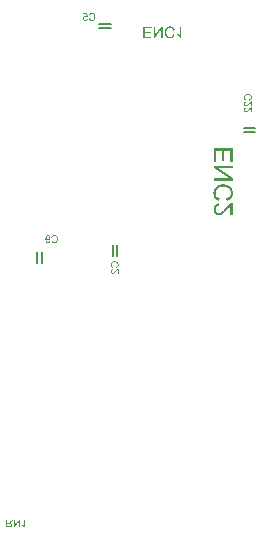
<source format=gbo>
G04*
G04 #@! TF.GenerationSoftware,Altium Limited,Altium Designer,20.2.7 (254)*
G04*
G04 Layer_Color=32896*
%FSLAX25Y25*%
%MOIN*%
G70*
G04*
G04 #@! TF.SameCoordinates,FBE84B92-D195-4989-AC34-508FE9173FC9*
G04*
G04*
G04 #@! TF.FilePolarity,Positive*
G04*
G01*
G75*
%ADD13C,0.00500*%
G36*
X208385Y350388D02*
X208489Y350377D01*
X208587Y350366D01*
X208680Y350345D01*
X208767Y350317D01*
X208849Y350290D01*
X208926Y350263D01*
X208997Y350230D01*
X209057Y350203D01*
X209117Y350175D01*
X209160Y350148D01*
X209204Y350121D01*
X209231Y350099D01*
X209259Y350088D01*
X209269Y350077D01*
X209275Y350072D01*
X209351Y350006D01*
X209417Y349940D01*
X209477Y349864D01*
X209537Y349788D01*
X209635Y349635D01*
X209712Y349482D01*
X209745Y349411D01*
X209772Y349345D01*
X209794Y349285D01*
X209810Y349236D01*
X209826Y349193D01*
X209837Y349160D01*
X209843Y349138D01*
Y349132D01*
X209341Y349007D01*
X209319Y349094D01*
X209291Y349176D01*
X209264Y349253D01*
X209237Y349324D01*
X209204Y349389D01*
X209171Y349444D01*
X209133Y349498D01*
X209100Y349547D01*
X209073Y349591D01*
X209040Y349624D01*
X209013Y349657D01*
X208991Y349684D01*
X208969Y349700D01*
X208953Y349717D01*
X208947Y349722D01*
X208942Y349728D01*
X208887Y349771D01*
X208827Y349804D01*
X208707Y349864D01*
X208593Y349908D01*
X208478Y349935D01*
X208380Y349957D01*
X208341Y349962D01*
X208303D01*
X208270Y349968D01*
X208232D01*
X208107Y349962D01*
X207986Y349940D01*
X207877Y349913D01*
X207779Y349881D01*
X207702Y349848D01*
X207670Y349831D01*
X207643Y349820D01*
X207621Y349810D01*
X207604Y349799D01*
X207593Y349793D01*
X207588D01*
X207484Y349717D01*
X207397Y349635D01*
X207320Y349542D01*
X207260Y349455D01*
X207211Y349378D01*
X207178Y349313D01*
X207167Y349285D01*
X207156Y349269D01*
X207151Y349258D01*
Y349253D01*
X207107Y349111D01*
X207075Y348969D01*
X207047Y348827D01*
X207031Y348696D01*
X207026Y348636D01*
X207020Y348581D01*
Y348532D01*
X207015Y348494D01*
Y348461D01*
Y348434D01*
Y348417D01*
Y348412D01*
X207020Y348270D01*
X207031Y348139D01*
X207053Y348019D01*
X207075Y347909D01*
X207091Y347817D01*
X207102Y347778D01*
X207113Y347746D01*
X207118Y347718D01*
X207124Y347702D01*
X207129Y347691D01*
Y347686D01*
X207184Y347560D01*
X207244Y347445D01*
X207309Y347353D01*
X207380Y347271D01*
X207440Y347205D01*
X207490Y347161D01*
X207528Y347134D01*
X207533Y347123D01*
X207539D01*
X207653Y347052D01*
X207779Y346998D01*
X207899Y346959D01*
X208014Y346937D01*
X208118Y346921D01*
X208161Y346916D01*
X208199D01*
X208227Y346910D01*
X208270D01*
X208407Y346916D01*
X208532Y346937D01*
X208636Y346970D01*
X208729Y347003D01*
X208800Y347041D01*
X208855Y347069D01*
X208887Y347090D01*
X208898Y347101D01*
X208986Y347183D01*
X209068Y347276D01*
X209133Y347374D01*
X209188Y347473D01*
X209231Y347560D01*
X209248Y347604D01*
X209259Y347636D01*
X209269Y347664D01*
X209280Y347686D01*
X209286Y347696D01*
Y347702D01*
X209777Y347587D01*
X209745Y347489D01*
X209712Y347402D01*
X209668Y347320D01*
X209630Y347238D01*
X209586Y347167D01*
X209537Y347101D01*
X209493Y347036D01*
X209450Y346981D01*
X209406Y346937D01*
X209368Y346894D01*
X209330Y346856D01*
X209302Y346828D01*
X209275Y346801D01*
X209253Y346785D01*
X209242Y346779D01*
X209237Y346774D01*
X209160Y346725D01*
X209084Y346675D01*
X209008Y346637D01*
X208926Y346604D01*
X208762Y346555D01*
X208614Y346523D01*
X208543Y346506D01*
X208483Y346501D01*
X208423Y346495D01*
X208374Y346490D01*
X208336Y346484D01*
X208281D01*
X208101Y346495D01*
X207926Y346523D01*
X207773Y346555D01*
X207702Y346577D01*
X207637Y346599D01*
X207577Y346621D01*
X207522Y346643D01*
X207479Y346659D01*
X207435Y346675D01*
X207408Y346692D01*
X207386Y346703D01*
X207369Y346708D01*
X207364Y346714D01*
X207217Y346807D01*
X207091Y346916D01*
X206982Y347025D01*
X206889Y347134D01*
X206818Y347232D01*
X206791Y347276D01*
X206769Y347314D01*
X206747Y347342D01*
X206736Y347363D01*
X206731Y347380D01*
X206725Y347385D01*
X206649Y347554D01*
X206594Y347729D01*
X206556Y347904D01*
X206529Y348062D01*
X206518Y348133D01*
X206512Y348204D01*
X206507Y348259D01*
Y348313D01*
X206501Y348352D01*
Y348384D01*
Y348406D01*
Y348412D01*
X206512Y348608D01*
X206534Y348799D01*
X206561Y348969D01*
X206583Y349050D01*
X206600Y349121D01*
X206616Y349187D01*
X206638Y349247D01*
X206654Y349302D01*
X206665Y349345D01*
X206681Y349378D01*
X206687Y349405D01*
X206698Y349422D01*
Y349427D01*
X206780Y349591D01*
X206873Y349739D01*
X206971Y349864D01*
X207020Y349913D01*
X207064Y349962D01*
X207107Y350006D01*
X207151Y350044D01*
X207189Y350077D01*
X207222Y350099D01*
X207244Y350121D01*
X207266Y350137D01*
X207277Y350143D01*
X207282Y350148D01*
X207359Y350192D01*
X207435Y350230D01*
X207599Y350290D01*
X207763Y350334D01*
X207921Y350361D01*
X207997Y350372D01*
X208063Y350383D01*
X208123Y350388D01*
X208172D01*
X208216Y350394D01*
X208276D01*
X208385Y350388D01*
D02*
G37*
G36*
X212016Y346533D02*
X211716D01*
X211661Y346626D01*
X211601Y346714D01*
X211530Y346801D01*
X211465Y346878D01*
X211399Y346943D01*
X211350Y346998D01*
X211328Y347014D01*
X211312Y347030D01*
X211306Y347036D01*
X211301Y347041D01*
X211186Y347134D01*
X211071Y347221D01*
X210962Y347298D01*
X210853Y347358D01*
X210760Y347412D01*
X210722Y347434D01*
X210689Y347451D01*
X210662Y347467D01*
X210640Y347473D01*
X210629Y347483D01*
X210624D01*
Y347931D01*
X210705Y347899D01*
X210787Y347860D01*
X210869Y347822D01*
X210946Y347784D01*
X211011Y347751D01*
X211066Y347724D01*
X211099Y347702D01*
X211104Y347696D01*
X211110D01*
X211208Y347636D01*
X211295Y347576D01*
X211372Y347522D01*
X211432Y347473D01*
X211486Y347434D01*
X211519Y347402D01*
X211546Y347380D01*
X211552Y347374D01*
Y350328D01*
X212016D01*
Y346533D01*
D02*
G37*
G36*
X205808Y346550D02*
X205327D01*
Y349520D01*
X203345Y346550D01*
X202832D01*
Y350328D01*
X203313D01*
Y347363D01*
X205289Y350328D01*
X205808D01*
Y346550D01*
D02*
G37*
G36*
X202144Y349881D02*
X199824D01*
Y348597D01*
X201915D01*
Y348150D01*
X199824D01*
Y346998D01*
X202057D01*
Y346550D01*
X199321D01*
Y350328D01*
X202144D01*
Y349881D01*
D02*
G37*
G36*
X180847Y353474D02*
X180556Y353434D01*
X180531Y353474D01*
X180498Y353507D01*
X180469Y353540D01*
X180439Y353565D01*
X180410Y353583D01*
X180388Y353602D01*
X180374Y353609D01*
X180370Y353612D01*
X180323Y353634D01*
X180276Y353653D01*
X180232Y353663D01*
X180188Y353674D01*
X180152Y353678D01*
X180123Y353682D01*
X180054D01*
X180010Y353674D01*
X179934Y353656D01*
X179868Y353631D01*
X179810Y353605D01*
X179766Y353576D01*
X179733Y353551D01*
X179715Y353532D01*
X179708Y353529D01*
Y353525D01*
X179657Y353463D01*
X179621Y353398D01*
X179595Y353328D01*
X179577Y353259D01*
X179566Y353201D01*
X179562Y353176D01*
Y353154D01*
X179559Y353136D01*
Y353121D01*
Y353114D01*
Y353110D01*
Y353059D01*
X179566Y353012D01*
X179584Y352921D01*
X179610Y352844D01*
X179635Y352783D01*
X179664Y352732D01*
X179690Y352692D01*
X179701Y352681D01*
X179708Y352670D01*
X179711Y352666D01*
X179715Y352662D01*
X179744Y352633D01*
X179773Y352608D01*
X179839Y352564D01*
X179901Y352535D01*
X179963Y352517D01*
X180014Y352502D01*
X180057Y352499D01*
X180072Y352495D01*
X180094D01*
X180163Y352499D01*
X180225Y352513D01*
X180279Y352531D01*
X180323Y352553D01*
X180363Y352575D01*
X180392Y352593D01*
X180407Y352608D01*
X180414Y352611D01*
X180458Y352662D01*
X180494Y352717D01*
X180523Y352779D01*
X180545Y352834D01*
X180560Y352888D01*
X180570Y352928D01*
X180574Y352946D01*
X180578Y352957D01*
Y352965D01*
Y352968D01*
X180902Y352943D01*
X180894Y352885D01*
X180884Y352830D01*
X180851Y352728D01*
X180811Y352641D01*
X180789Y352601D01*
X180767Y352568D01*
X180749Y352535D01*
X180727Y352506D01*
X180709Y352484D01*
X180691Y352466D01*
X180676Y352451D01*
X180669Y352437D01*
X180661Y352433D01*
X180658Y352430D01*
X180614Y352397D01*
X180570Y352368D01*
X180523Y352342D01*
X180476Y352320D01*
X180385Y352288D01*
X180294Y352266D01*
X180254Y352255D01*
X180214Y352251D01*
X180181Y352248D01*
X180152Y352244D01*
X180127Y352240D01*
X180094D01*
X180017Y352244D01*
X179945Y352255D01*
X179875Y352269D01*
X179813Y352288D01*
X179755Y352313D01*
X179701Y352339D01*
X179650Y352364D01*
X179606Y352393D01*
X179566Y352422D01*
X179530Y352448D01*
X179500Y352477D01*
X179475Y352499D01*
X179457Y352517D01*
X179442Y352531D01*
X179435Y352542D01*
X179431Y352546D01*
X179395Y352593D01*
X179366Y352644D01*
X179337Y352692D01*
X179315Y352743D01*
X179278Y352841D01*
X179256Y352935D01*
X179249Y352976D01*
X179242Y353015D01*
X179238Y353048D01*
X179235Y353077D01*
X179231Y353103D01*
Y353121D01*
Y353132D01*
Y353136D01*
X179235Y353201D01*
X179242Y353263D01*
X179253Y353325D01*
X179267Y353380D01*
X179286Y353431D01*
X179304Y353481D01*
X179326Y353525D01*
X179344Y353565D01*
X179366Y353602D01*
X179387Y353634D01*
X179406Y353660D01*
X179424Y353685D01*
X179438Y353703D01*
X179449Y353714D01*
X179457Y353722D01*
X179460Y353725D01*
X179504Y353765D01*
X179548Y353802D01*
X179595Y353831D01*
X179642Y353856D01*
X179690Y353882D01*
X179737Y353900D01*
X179824Y353925D01*
X179864Y353936D01*
X179901Y353944D01*
X179934Y353947D01*
X179963Y353951D01*
X179984Y353955D01*
X180065D01*
X180108Y353947D01*
X180196Y353929D01*
X180276Y353904D01*
X180349Y353874D01*
X180407Y353845D01*
X180432Y353831D01*
X180454Y353820D01*
X180472Y353809D01*
X180483Y353802D01*
X180491Y353798D01*
X180494Y353795D01*
X180359Y354475D01*
X179351D01*
Y354770D01*
X180603D01*
X180847Y353474D01*
D02*
G37*
G36*
X182347Y354839D02*
X182463Y354821D01*
X182565Y354799D01*
X182613Y354784D01*
X182656Y354770D01*
X182696Y354755D01*
X182733Y354741D01*
X182762Y354730D01*
X182791Y354719D01*
X182809Y354708D01*
X182824Y354701D01*
X182835Y354697D01*
X182838Y354694D01*
X182937Y354632D01*
X183020Y354559D01*
X183093Y354486D01*
X183155Y354413D01*
X183202Y354348D01*
X183221Y354319D01*
X183235Y354293D01*
X183250Y354275D01*
X183257Y354260D01*
X183261Y354250D01*
X183264Y354246D01*
X183315Y354133D01*
X183352Y354016D01*
X183377Y353900D01*
X183395Y353795D01*
X183403Y353747D01*
X183406Y353700D01*
X183410Y353663D01*
Y353627D01*
X183413Y353602D01*
Y353580D01*
Y353565D01*
Y353561D01*
X183406Y353431D01*
X183391Y353303D01*
X183373Y353190D01*
X183359Y353136D01*
X183348Y353088D01*
X183337Y353045D01*
X183322Y353005D01*
X183311Y352968D01*
X183304Y352939D01*
X183293Y352917D01*
X183290Y352899D01*
X183282Y352888D01*
Y352885D01*
X183228Y352775D01*
X183166Y352677D01*
X183100Y352593D01*
X183068Y352560D01*
X183038Y352528D01*
X183009Y352499D01*
X182980Y352473D01*
X182955Y352451D01*
X182933Y352437D01*
X182918Y352422D01*
X182904Y352411D01*
X182896Y352408D01*
X182893Y352404D01*
X182842Y352375D01*
X182791Y352349D01*
X182682Y352309D01*
X182572Y352280D01*
X182467Y352262D01*
X182416Y352255D01*
X182372Y352248D01*
X182332Y352244D01*
X182299D01*
X182270Y352240D01*
X182230D01*
X182158Y352244D01*
X182088Y352251D01*
X182023Y352258D01*
X181961Y352273D01*
X181903Y352291D01*
X181848Y352309D01*
X181797Y352328D01*
X181750Y352349D01*
X181710Y352368D01*
X181670Y352386D01*
X181641Y352404D01*
X181612Y352422D01*
X181593Y352437D01*
X181575Y352444D01*
X181568Y352451D01*
X181564Y352455D01*
X181513Y352499D01*
X181470Y352542D01*
X181430Y352593D01*
X181389Y352644D01*
X181324Y352746D01*
X181273Y352848D01*
X181251Y352895D01*
X181233Y352939D01*
X181219Y352979D01*
X181208Y353012D01*
X181197Y353041D01*
X181189Y353063D01*
X181186Y353077D01*
Y353081D01*
X181521Y353165D01*
X181535Y353106D01*
X181553Y353052D01*
X181571Y353001D01*
X181590Y352954D01*
X181612Y352910D01*
X181633Y352873D01*
X181659Y352837D01*
X181681Y352804D01*
X181699Y352775D01*
X181721Y352753D01*
X181739Y352732D01*
X181754Y352713D01*
X181768Y352702D01*
X181779Y352692D01*
X181783Y352688D01*
X181786Y352684D01*
X181823Y352655D01*
X181863Y352633D01*
X181943Y352593D01*
X182019Y352564D01*
X182096Y352546D01*
X182161Y352531D01*
X182187Y352528D01*
X182212D01*
X182234Y352524D01*
X182260D01*
X182343Y352528D01*
X182423Y352542D01*
X182496Y352560D01*
X182562Y352582D01*
X182613Y352604D01*
X182634Y352615D01*
X182653Y352622D01*
X182667Y352630D01*
X182678Y352637D01*
X182685Y352641D01*
X182689D01*
X182758Y352692D01*
X182816Y352746D01*
X182867Y352808D01*
X182907Y352866D01*
X182940Y352917D01*
X182962Y352961D01*
X182969Y352979D01*
X182977Y352990D01*
X182980Y352997D01*
Y353001D01*
X183009Y353096D01*
X183031Y353190D01*
X183049Y353285D01*
X183060Y353372D01*
X183064Y353412D01*
X183068Y353449D01*
Y353481D01*
X183071Y353507D01*
Y353529D01*
Y353547D01*
Y353558D01*
Y353561D01*
X183068Y353656D01*
X183060Y353744D01*
X183046Y353824D01*
X183031Y353896D01*
X183020Y353958D01*
X183013Y353984D01*
X183006Y354006D01*
X183002Y354024D01*
X182998Y354035D01*
X182995Y354042D01*
Y354046D01*
X182958Y354129D01*
X182918Y354206D01*
X182875Y354268D01*
X182827Y354322D01*
X182787Y354366D01*
X182755Y354395D01*
X182729Y354413D01*
X182725Y354421D01*
X182722D01*
X182645Y354468D01*
X182562Y354504D01*
X182482Y354530D01*
X182405Y354544D01*
X182336Y354555D01*
X182307Y354559D01*
X182281D01*
X182263Y354562D01*
X182234D01*
X182143Y354559D01*
X182059Y354544D01*
X181990Y354522D01*
X181928Y354501D01*
X181881Y354475D01*
X181844Y354457D01*
X181823Y354442D01*
X181815Y354435D01*
X181757Y354380D01*
X181703Y354319D01*
X181659Y354253D01*
X181623Y354188D01*
X181593Y354129D01*
X181582Y354100D01*
X181575Y354078D01*
X181568Y354060D01*
X181561Y354046D01*
X181557Y354038D01*
Y354035D01*
X181229Y354111D01*
X181251Y354177D01*
X181273Y354235D01*
X181302Y354290D01*
X181328Y354344D01*
X181357Y354391D01*
X181389Y354435D01*
X181419Y354479D01*
X181448Y354515D01*
X181477Y354544D01*
X181502Y354573D01*
X181528Y354599D01*
X181546Y354617D01*
X181564Y354635D01*
X181579Y354646D01*
X181586Y354650D01*
X181590Y354654D01*
X181641Y354686D01*
X181692Y354719D01*
X181743Y354745D01*
X181797Y354766D01*
X181906Y354799D01*
X182005Y354821D01*
X182052Y354832D01*
X182092Y354836D01*
X182132Y354839D01*
X182165Y354843D01*
X182190Y354846D01*
X182227D01*
X182347Y354839D01*
D02*
G37*
G36*
X229134Y305029D02*
X228387D01*
Y308901D01*
X226246D01*
Y305412D01*
X225499D01*
Y308901D01*
X223577D01*
Y305175D01*
X222830D01*
Y309739D01*
X229134D01*
Y305029D01*
D02*
G37*
G36*
Y303080D02*
X224187D01*
X229134Y299782D01*
Y298916D01*
X222830D01*
Y299718D01*
X227786D01*
X222830Y303025D01*
Y303881D01*
X229134D01*
Y303080D01*
D02*
G37*
G36*
X226264Y297741D02*
X226583Y297705D01*
X226866Y297659D01*
X227002Y297623D01*
X227121Y297595D01*
X227230Y297568D01*
X227330Y297532D01*
X227421Y297504D01*
X227494Y297486D01*
X227549Y297459D01*
X227594Y297449D01*
X227622Y297431D01*
X227631D01*
X227904Y297295D01*
X228150Y297140D01*
X228360Y296976D01*
X228442Y296894D01*
X228523Y296821D01*
X228596Y296748D01*
X228660Y296675D01*
X228715Y296611D01*
X228751Y296557D01*
X228788Y296520D01*
X228815Y296484D01*
X228824Y296466D01*
X228833Y296457D01*
X228906Y296329D01*
X228970Y296201D01*
X229070Y295928D01*
X229143Y295655D01*
X229188Y295391D01*
X229207Y295263D01*
X229225Y295154D01*
X229234Y295054D01*
Y294972D01*
X229243Y294899D01*
Y294798D01*
X229234Y294616D01*
X229216Y294443D01*
X229198Y294279D01*
X229161Y294124D01*
X229116Y293979D01*
X229070Y293842D01*
X229025Y293714D01*
X228970Y293596D01*
X228924Y293496D01*
X228879Y293396D01*
X228833Y293323D01*
X228788Y293250D01*
X228751Y293204D01*
X228733Y293159D01*
X228715Y293141D01*
X228706Y293131D01*
X228596Y293004D01*
X228487Y292895D01*
X228360Y292794D01*
X228232Y292694D01*
X227977Y292530D01*
X227722Y292403D01*
X227603Y292348D01*
X227494Y292302D01*
X227394Y292266D01*
X227312Y292239D01*
X227239Y292211D01*
X227184Y292193D01*
X227148Y292184D01*
X227139D01*
X226929Y293022D01*
X227075Y293058D01*
X227212Y293104D01*
X227339Y293150D01*
X227458Y293195D01*
X227567Y293250D01*
X227658Y293304D01*
X227749Y293368D01*
X227831Y293423D01*
X227904Y293468D01*
X227959Y293523D01*
X228013Y293569D01*
X228059Y293605D01*
X228086Y293642D01*
X228114Y293669D01*
X228123Y293678D01*
X228132Y293687D01*
X228205Y293778D01*
X228259Y293878D01*
X228360Y294079D01*
X228432Y294270D01*
X228478Y294461D01*
X228514Y294625D01*
X228523Y294689D01*
Y294753D01*
X228533Y294808D01*
Y294871D01*
X228523Y295081D01*
X228487Y295281D01*
X228442Y295464D01*
X228387Y295628D01*
X228332Y295755D01*
X228305Y295810D01*
X228287Y295855D01*
X228268Y295892D01*
X228250Y295919D01*
X228241Y295937D01*
Y295946D01*
X228114Y296119D01*
X227977Y296265D01*
X227822Y296393D01*
X227676Y296493D01*
X227549Y296575D01*
X227439Y296630D01*
X227394Y296648D01*
X227366Y296666D01*
X227348Y296675D01*
X227339D01*
X227102Y296748D01*
X226866Y296803D01*
X226629Y296848D01*
X226410Y296876D01*
X226310Y296885D01*
X226219Y296894D01*
X226137D01*
X226073Y296903D01*
X226018D01*
X225973D01*
X225945D01*
X225936D01*
X225699Y296894D01*
X225481Y296876D01*
X225280Y296839D01*
X225098Y296803D01*
X224943Y296775D01*
X224880Y296757D01*
X224825Y296739D01*
X224779Y296730D01*
X224752Y296721D01*
X224734Y296712D01*
X224725D01*
X224515Y296620D01*
X224324Y296520D01*
X224169Y296411D01*
X224032Y296293D01*
X223923Y296192D01*
X223850Y296110D01*
X223804Y296047D01*
X223786Y296038D01*
Y296028D01*
X223668Y295837D01*
X223577Y295628D01*
X223513Y295427D01*
X223477Y295236D01*
X223449Y295063D01*
X223440Y294990D01*
Y294926D01*
X223431Y294881D01*
Y294808D01*
X223440Y294580D01*
X223477Y294370D01*
X223531Y294197D01*
X223586Y294042D01*
X223650Y293924D01*
X223695Y293833D01*
X223732Y293778D01*
X223750Y293760D01*
X223886Y293614D01*
X224041Y293478D01*
X224205Y293368D01*
X224369Y293277D01*
X224515Y293204D01*
X224588Y293177D01*
X224643Y293159D01*
X224688Y293141D01*
X224725Y293122D01*
X224743Y293113D01*
X224752D01*
X224561Y292293D01*
X224397Y292348D01*
X224251Y292403D01*
X224114Y292476D01*
X223978Y292539D01*
X223859Y292612D01*
X223750Y292694D01*
X223640Y292767D01*
X223549Y292840D01*
X223477Y292913D01*
X223404Y292976D01*
X223340Y293040D01*
X223294Y293086D01*
X223249Y293131D01*
X223221Y293168D01*
X223212Y293186D01*
X223203Y293195D01*
X223121Y293323D01*
X223039Y293450D01*
X222975Y293578D01*
X222921Y293714D01*
X222839Y293988D01*
X222784Y294234D01*
X222757Y294352D01*
X222748Y294452D01*
X222739Y294553D01*
X222729Y294635D01*
X222720Y294698D01*
Y294789D01*
X222739Y295090D01*
X222784Y295382D01*
X222839Y295637D01*
X222875Y295755D01*
X222912Y295864D01*
X222948Y295965D01*
X222985Y296056D01*
X223012Y296129D01*
X223039Y296201D01*
X223067Y296247D01*
X223085Y296284D01*
X223094Y296311D01*
X223103Y296320D01*
X223258Y296566D01*
X223440Y296775D01*
X223622Y296958D01*
X223804Y297112D01*
X223969Y297231D01*
X224041Y297276D01*
X224105Y297313D01*
X224151Y297349D01*
X224187Y297368D01*
X224215Y297377D01*
X224224Y297386D01*
X224506Y297513D01*
X224798Y297604D01*
X225089Y297668D01*
X225353Y297714D01*
X225472Y297732D01*
X225590Y297741D01*
X225681Y297750D01*
X225772D01*
X225836Y297759D01*
X225891D01*
X225927D01*
X225936D01*
X226264Y297741D01*
D02*
G37*
G36*
X229134Y287401D02*
X228387D01*
Y290508D01*
X228232Y290398D01*
X228168Y290344D01*
X228104Y290298D01*
X228050Y290253D01*
X228013Y290216D01*
X227986Y290189D01*
X227977Y290180D01*
X227931Y290134D01*
X227886Y290080D01*
X227767Y289952D01*
X227631Y289806D01*
X227494Y289651D01*
X227376Y289506D01*
X227321Y289442D01*
X227266Y289387D01*
X227230Y289342D01*
X227203Y289305D01*
X227184Y289287D01*
X227175Y289278D01*
X227048Y289132D01*
X226929Y288986D01*
X226811Y288859D01*
X226711Y288740D01*
X226610Y288631D01*
X226519Y288540D01*
X226437Y288449D01*
X226364Y288376D01*
X226291Y288303D01*
X226237Y288248D01*
X226191Y288203D01*
X226146Y288157D01*
X226091Y288112D01*
X226073Y288094D01*
X225918Y287966D01*
X225781Y287857D01*
X225645Y287766D01*
X225535Y287693D01*
X225435Y287638D01*
X225362Y287602D01*
X225317Y287583D01*
X225299Y287574D01*
X225162Y287520D01*
X225025Y287483D01*
X224898Y287447D01*
X224788Y287428D01*
X224688Y287419D01*
X224615Y287410D01*
X224570D01*
X224552D01*
X224415Y287419D01*
X224287Y287438D01*
X224160Y287456D01*
X224050Y287492D01*
X223832Y287583D01*
X223659Y287674D01*
X223577Y287729D01*
X223513Y287775D01*
X223449Y287820D01*
X223404Y287866D01*
X223367Y287902D01*
X223331Y287920D01*
X223322Y287939D01*
X223313Y287948D01*
X223221Y288048D01*
X223140Y288157D01*
X223076Y288276D01*
X223021Y288394D01*
X222930Y288631D01*
X222866Y288868D01*
X222848Y288968D01*
X222830Y289068D01*
X222821Y289159D01*
X222812Y289232D01*
X222802Y289296D01*
Y289387D01*
X222812Y289551D01*
X222821Y289706D01*
X222848Y289852D01*
X222875Y289988D01*
X222912Y290116D01*
X222948Y290234D01*
X222994Y290344D01*
X223039Y290444D01*
X223085Y290535D01*
X223130Y290608D01*
X223167Y290672D01*
X223203Y290726D01*
X223231Y290772D01*
X223258Y290799D01*
X223267Y290817D01*
X223276Y290827D01*
X223367Y290918D01*
X223467Y291000D01*
X223577Y291082D01*
X223686Y291145D01*
X223905Y291255D01*
X224123Y291328D01*
X224224Y291355D01*
X224324Y291382D01*
X224406Y291401D01*
X224479Y291419D01*
X224542Y291428D01*
X224588D01*
X224615Y291437D01*
X224624D01*
X224706Y290644D01*
X224497Y290626D01*
X224315Y290590D01*
X224151Y290535D01*
X224023Y290471D01*
X223914Y290417D01*
X223841Y290362D01*
X223795Y290325D01*
X223777Y290307D01*
X223668Y290171D01*
X223586Y290025D01*
X223522Y289870D01*
X223486Y289733D01*
X223458Y289606D01*
X223449Y289496D01*
X223440Y289460D01*
Y289405D01*
X223449Y289214D01*
X223486Y289041D01*
X223540Y288895D01*
X223595Y288768D01*
X223659Y288667D01*
X223704Y288604D01*
X223741Y288558D01*
X223759Y288540D01*
X223886Y288431D01*
X224014Y288349D01*
X224142Y288285D01*
X224269Y288248D01*
X224369Y288221D01*
X224460Y288212D01*
X224515Y288203D01*
X224524D01*
X224533D01*
X224697Y288221D01*
X224870Y288258D01*
X225025Y288321D01*
X225171Y288385D01*
X225289Y288458D01*
X225390Y288522D01*
X225426Y288540D01*
X225453Y288558D01*
X225463Y288576D01*
X225472D01*
X225572Y288649D01*
X225672Y288740D01*
X225781Y288841D01*
X225891Y288950D01*
X226109Y289178D01*
X226328Y289405D01*
X226428Y289524D01*
X226519Y289624D01*
X226601Y289724D01*
X226674Y289806D01*
X226729Y289870D01*
X226774Y289925D01*
X226802Y289961D01*
X226811Y289970D01*
X227002Y290198D01*
X227184Y290407D01*
X227348Y290581D01*
X227485Y290717D01*
X227603Y290836D01*
X227685Y290918D01*
X227740Y290963D01*
X227749Y290981D01*
X227758D01*
X227913Y291109D01*
X228059Y291209D01*
X228205Y291300D01*
X228332Y291373D01*
X228442Y291428D01*
X228523Y291464D01*
X228578Y291482D01*
X228587Y291492D01*
X228596D01*
X228697Y291528D01*
X228788Y291546D01*
X228879Y291564D01*
X228961Y291574D01*
X229034Y291583D01*
X229088D01*
X229125D01*
X229134D01*
Y287401D01*
D02*
G37*
G36*
X189957Y272070D02*
X190085Y272056D01*
X190198Y272038D01*
X190252Y272023D01*
X190299Y272012D01*
X190343Y272001D01*
X190383Y271987D01*
X190420Y271976D01*
X190449Y271969D01*
X190471Y271958D01*
X190489Y271954D01*
X190500Y271947D01*
X190503D01*
X190613Y271892D01*
X190711Y271830D01*
X190795Y271765D01*
X190827Y271732D01*
X190860Y271703D01*
X190889Y271674D01*
X190915Y271644D01*
X190937Y271619D01*
X190951Y271597D01*
X190966Y271583D01*
X190977Y271568D01*
X190980Y271561D01*
X190984Y271557D01*
X191013Y271506D01*
X191039Y271455D01*
X191078Y271346D01*
X191108Y271237D01*
X191126Y271131D01*
X191133Y271080D01*
X191140Y271037D01*
X191144Y270997D01*
Y270964D01*
X191148Y270935D01*
Y270895D01*
X191144Y270822D01*
X191137Y270753D01*
X191130Y270687D01*
X191115Y270625D01*
X191097Y270567D01*
X191078Y270513D01*
X191060Y270462D01*
X191039Y270414D01*
X191020Y270374D01*
X191002Y270334D01*
X190984Y270305D01*
X190966Y270276D01*
X190951Y270258D01*
X190944Y270239D01*
X190937Y270232D01*
X190933Y270229D01*
X190889Y270178D01*
X190846Y270134D01*
X190795Y270094D01*
X190744Y270054D01*
X190642Y269988D01*
X190540Y269937D01*
X190492Y269916D01*
X190449Y269897D01*
X190409Y269883D01*
X190376Y269872D01*
X190347Y269861D01*
X190325Y269854D01*
X190311Y269850D01*
X190307D01*
X190223Y270185D01*
X190281Y270199D01*
X190336Y270218D01*
X190387Y270236D01*
X190434Y270254D01*
X190478Y270276D01*
X190514Y270298D01*
X190551Y270323D01*
X190584Y270345D01*
X190613Y270363D01*
X190634Y270385D01*
X190656Y270403D01*
X190674Y270418D01*
X190685Y270432D01*
X190696Y270443D01*
X190700Y270447D01*
X190704Y270451D01*
X190733Y270487D01*
X190754Y270527D01*
X190795Y270607D01*
X190824Y270684D01*
X190842Y270760D01*
X190857Y270826D01*
X190860Y270851D01*
Y270877D01*
X190864Y270898D01*
Y270924D01*
X190860Y271007D01*
X190846Y271088D01*
X190827Y271160D01*
X190805Y271226D01*
X190784Y271277D01*
X190773Y271299D01*
X190766Y271317D01*
X190758Y271332D01*
X190751Y271342D01*
X190747Y271350D01*
Y271353D01*
X190696Y271423D01*
X190642Y271481D01*
X190580Y271532D01*
X190522Y271572D01*
X190471Y271604D01*
X190427Y271626D01*
X190409Y271634D01*
X190398Y271641D01*
X190391Y271644D01*
X190387D01*
X190292Y271674D01*
X190198Y271695D01*
X190103Y271714D01*
X190016Y271725D01*
X189976Y271728D01*
X189939Y271732D01*
X189906D01*
X189881Y271736D01*
X189859D01*
X189841D01*
X189830D01*
X189826D01*
X189732Y271732D01*
X189644Y271725D01*
X189564Y271710D01*
X189491Y271695D01*
X189430Y271685D01*
X189404Y271677D01*
X189382Y271670D01*
X189364Y271666D01*
X189353Y271663D01*
X189346Y271659D01*
X189342D01*
X189259Y271623D01*
X189182Y271583D01*
X189120Y271539D01*
X189066Y271492D01*
X189022Y271452D01*
X188993Y271419D01*
X188975Y271393D01*
X188967Y271390D01*
Y271386D01*
X188920Y271310D01*
X188884Y271226D01*
X188858Y271146D01*
X188844Y271069D01*
X188833Y271000D01*
X188829Y270971D01*
Y270946D01*
X188825Y270927D01*
Y270898D01*
X188829Y270807D01*
X188844Y270724D01*
X188865Y270654D01*
X188887Y270593D01*
X188913Y270545D01*
X188931Y270509D01*
X188945Y270487D01*
X188953Y270480D01*
X189007Y270422D01*
X189069Y270367D01*
X189135Y270323D01*
X189200Y270287D01*
X189259Y270258D01*
X189288Y270247D01*
X189310Y270239D01*
X189328Y270232D01*
X189342Y270225D01*
X189349Y270221D01*
X189353D01*
X189277Y269894D01*
X189211Y269916D01*
X189153Y269937D01*
X189098Y269967D01*
X189044Y269992D01*
X188996Y270021D01*
X188953Y270054D01*
X188909Y270083D01*
X188873Y270112D01*
X188844Y270141D01*
X188814Y270167D01*
X188789Y270192D01*
X188771Y270210D01*
X188752Y270229D01*
X188742Y270243D01*
X188738Y270250D01*
X188734Y270254D01*
X188702Y270305D01*
X188669Y270356D01*
X188643Y270407D01*
X188621Y270462D01*
X188589Y270571D01*
X188567Y270669D01*
X188556Y270716D01*
X188552Y270756D01*
X188549Y270796D01*
X188545Y270829D01*
X188541Y270855D01*
Y270891D01*
X188549Y271011D01*
X188567Y271128D01*
X188589Y271230D01*
X188603Y271277D01*
X188618Y271321D01*
X188632Y271361D01*
X188647Y271397D01*
X188658Y271426D01*
X188669Y271455D01*
X188680Y271473D01*
X188687Y271488D01*
X188691Y271499D01*
X188694Y271503D01*
X188756Y271601D01*
X188829Y271685D01*
X188902Y271757D01*
X188975Y271819D01*
X189040Y271867D01*
X189069Y271885D01*
X189095Y271899D01*
X189113Y271914D01*
X189128Y271921D01*
X189138Y271925D01*
X189142Y271928D01*
X189255Y271979D01*
X189371Y272016D01*
X189488Y272041D01*
X189593Y272059D01*
X189641Y272067D01*
X189688Y272070D01*
X189724Y272074D01*
X189761D01*
X189786Y272078D01*
X189808D01*
X189823D01*
X189826D01*
X189957Y272070D01*
D02*
G37*
G36*
X191104Y267939D02*
X190805D01*
Y269180D01*
X190744Y269137D01*
X190718Y269115D01*
X190693Y269096D01*
X190671Y269078D01*
X190656Y269064D01*
X190645Y269053D01*
X190642Y269049D01*
X190623Y269031D01*
X190605Y269009D01*
X190558Y268958D01*
X190503Y268900D01*
X190449Y268838D01*
X190401Y268780D01*
X190380Y268754D01*
X190358Y268733D01*
X190343Y268714D01*
X190332Y268700D01*
X190325Y268692D01*
X190321Y268689D01*
X190270Y268631D01*
X190223Y268572D01*
X190176Y268521D01*
X190136Y268474D01*
X190096Y268430D01*
X190059Y268394D01*
X190026Y268358D01*
X189997Y268328D01*
X189968Y268299D01*
X189946Y268278D01*
X189928Y268259D01*
X189910Y268241D01*
X189888Y268223D01*
X189881Y268216D01*
X189819Y268165D01*
X189764Y268121D01*
X189710Y268085D01*
X189666Y268056D01*
X189626Y268034D01*
X189597Y268019D01*
X189579Y268012D01*
X189571Y268008D01*
X189517Y267986D01*
X189462Y267972D01*
X189411Y267957D01*
X189368Y267950D01*
X189328Y267946D01*
X189298Y267943D01*
X189280D01*
X189273D01*
X189218Y267946D01*
X189167Y267954D01*
X189117Y267961D01*
X189073Y267975D01*
X188986Y268012D01*
X188916Y268048D01*
X188884Y268070D01*
X188858Y268088D01*
X188833Y268106D01*
X188814Y268125D01*
X188800Y268139D01*
X188785Y268146D01*
X188782Y268154D01*
X188778Y268157D01*
X188742Y268197D01*
X188709Y268241D01*
X188683Y268288D01*
X188662Y268336D01*
X188625Y268430D01*
X188600Y268525D01*
X188592Y268565D01*
X188585Y268605D01*
X188582Y268641D01*
X188578Y268671D01*
X188574Y268696D01*
Y268733D01*
X188578Y268798D01*
X188582Y268860D01*
X188592Y268918D01*
X188603Y268973D01*
X188618Y269024D01*
X188632Y269071D01*
X188651Y269115D01*
X188669Y269155D01*
X188687Y269191D01*
X188705Y269220D01*
X188720Y269246D01*
X188734Y269268D01*
X188745Y269286D01*
X188756Y269297D01*
X188760Y269304D01*
X188763Y269308D01*
X188800Y269344D01*
X188840Y269377D01*
X188884Y269410D01*
X188927Y269435D01*
X189015Y269479D01*
X189102Y269508D01*
X189142Y269519D01*
X189182Y269530D01*
X189215Y269537D01*
X189244Y269544D01*
X189269Y269548D01*
X189288D01*
X189298Y269551D01*
X189302D01*
X189335Y269235D01*
X189251Y269228D01*
X189178Y269213D01*
X189113Y269191D01*
X189062Y269166D01*
X189018Y269144D01*
X188989Y269122D01*
X188971Y269107D01*
X188964Y269100D01*
X188920Y269046D01*
X188887Y268987D01*
X188862Y268925D01*
X188847Y268871D01*
X188836Y268820D01*
X188833Y268776D01*
X188829Y268762D01*
Y268740D01*
X188833Y268663D01*
X188847Y268594D01*
X188869Y268536D01*
X188891Y268485D01*
X188916Y268445D01*
X188935Y268420D01*
X188949Y268401D01*
X188956Y268394D01*
X189007Y268350D01*
X189058Y268318D01*
X189109Y268292D01*
X189160Y268278D01*
X189200Y268267D01*
X189237Y268263D01*
X189259Y268259D01*
X189262D01*
X189266D01*
X189331Y268267D01*
X189400Y268281D01*
X189462Y268307D01*
X189521Y268332D01*
X189568Y268361D01*
X189608Y268387D01*
X189622Y268394D01*
X189633Y268401D01*
X189637Y268409D01*
X189641D01*
X189681Y268438D01*
X189721Y268474D01*
X189764Y268514D01*
X189808Y268558D01*
X189895Y268649D01*
X189983Y268740D01*
X190023Y268787D01*
X190059Y268827D01*
X190092Y268867D01*
X190121Y268900D01*
X190143Y268925D01*
X190161Y268947D01*
X190172Y268962D01*
X190176Y268966D01*
X190252Y269057D01*
X190325Y269140D01*
X190391Y269209D01*
X190445Y269264D01*
X190492Y269311D01*
X190525Y269344D01*
X190547Y269362D01*
X190551Y269370D01*
X190554D01*
X190616Y269421D01*
X190674Y269461D01*
X190733Y269497D01*
X190784Y269526D01*
X190827Y269548D01*
X190860Y269562D01*
X190882Y269570D01*
X190886Y269573D01*
X190889D01*
X190929Y269588D01*
X190966Y269595D01*
X191002Y269602D01*
X191035Y269606D01*
X191064Y269610D01*
X191086D01*
X191100D01*
X191104D01*
Y267939D01*
D02*
G37*
G36*
X155445Y185308D02*
X155394Y185235D01*
X155346Y185170D01*
X155299Y185115D01*
X155259Y185064D01*
X155222Y185028D01*
X155193Y184999D01*
X155175Y184981D01*
X155168Y184973D01*
X155139Y184951D01*
X155106Y184926D01*
X155041Y184886D01*
X155011Y184871D01*
X154990Y184857D01*
X154975Y184850D01*
X154968Y184846D01*
X155033Y184835D01*
X155095Y184824D01*
X155150Y184806D01*
X155204Y184791D01*
X155252Y184773D01*
X155295Y184751D01*
X155335Y184733D01*
X155372Y184715D01*
X155401Y184693D01*
X155430Y184675D01*
X155452Y184660D01*
X155470Y184646D01*
X155485Y184635D01*
X155496Y184624D01*
X155499Y184620D01*
X155503Y184617D01*
X155532Y184580D01*
X155561Y184544D01*
X155605Y184467D01*
X155634Y184391D01*
X155656Y184318D01*
X155670Y184256D01*
X155674Y184231D01*
Y184205D01*
X155677Y184187D01*
Y184173D01*
Y184165D01*
Y184162D01*
X155674Y184085D01*
X155663Y184016D01*
X155645Y183950D01*
X155627Y183896D01*
X155605Y183849D01*
X155590Y183812D01*
X155576Y183790D01*
X155572Y183787D01*
Y183783D01*
X155528Y183725D01*
X155485Y183674D01*
X155437Y183630D01*
X155394Y183598D01*
X155354Y183572D01*
X155321Y183557D01*
X155299Y183546D01*
X155295Y183543D01*
X155292D01*
X155259Y183532D01*
X155219Y183521D01*
X155139Y183503D01*
X155051Y183492D01*
X154971Y183481D01*
X154895Y183477D01*
X154862D01*
X154833Y183474D01*
X153665D01*
Y185993D01*
X153999D01*
Y184875D01*
X154429D01*
X154469Y184879D01*
X154498D01*
X154524Y184882D01*
X154542Y184886D01*
X154556D01*
X154564Y184890D01*
X154567D01*
X154626Y184908D01*
X154651Y184919D01*
X154673Y184930D01*
X154695Y184941D01*
X154709Y184948D01*
X154717Y184951D01*
X154720Y184955D01*
X154749Y184977D01*
X154778Y185003D01*
X154833Y185057D01*
X154859Y185083D01*
X154877Y185104D01*
X154888Y185119D01*
X154891Y185123D01*
X154928Y185174D01*
X154968Y185228D01*
X155008Y185286D01*
X155048Y185341D01*
X155081Y185392D01*
X155106Y185432D01*
X155117Y185447D01*
X155124Y185458D01*
X155131Y185465D01*
Y185468D01*
X155463Y185993D01*
X155878D01*
X155445Y185308D01*
D02*
G37*
G36*
X159780Y183463D02*
X159580D01*
X159543Y183525D01*
X159503Y183583D01*
X159456Y183641D01*
X159412Y183692D01*
X159369Y183736D01*
X159336Y183772D01*
X159321Y183783D01*
X159310Y183794D01*
X159307Y183798D01*
X159303Y183801D01*
X159227Y183863D01*
X159150Y183921D01*
X159077Y183972D01*
X159004Y184012D01*
X158943Y184049D01*
X158917Y184063D01*
X158895Y184074D01*
X158877Y184085D01*
X158862Y184089D01*
X158855Y184096D01*
X158852D01*
Y184395D01*
X158906Y184373D01*
X158961Y184347D01*
X159015Y184322D01*
X159066Y184296D01*
X159110Y184274D01*
X159146Y184256D01*
X159168Y184242D01*
X159172Y184238D01*
X159176D01*
X159241Y184198D01*
X159299Y184158D01*
X159350Y184122D01*
X159390Y184089D01*
X159427Y184063D01*
X159449Y184042D01*
X159467Y184027D01*
X159470Y184023D01*
Y185993D01*
X159780D01*
Y183463D01*
D02*
G37*
G36*
X158182Y183474D02*
X157861D01*
Y185454D01*
X156540Y183474D01*
X156198D01*
Y185993D01*
X156518D01*
Y184016D01*
X157836Y185993D01*
X158182D01*
Y183474D01*
D02*
G37*
G36*
X234286Y327856D02*
X234414Y327841D01*
X234527Y327823D01*
X234581Y327808D01*
X234629Y327798D01*
X234672Y327786D01*
X234712Y327772D01*
X234749Y327761D01*
X234778Y327754D01*
X234800Y327743D01*
X234818Y327739D01*
X234829Y327732D01*
X234833D01*
X234942Y327677D01*
X235040Y327615D01*
X235124Y327550D01*
X235156Y327517D01*
X235189Y327488D01*
X235218Y327459D01*
X235244Y327430D01*
X235266Y327404D01*
X235280Y327382D01*
X235295Y327368D01*
X235306Y327353D01*
X235309Y327346D01*
X235313Y327343D01*
X235342Y327291D01*
X235367Y327240D01*
X235408Y327131D01*
X235437Y327022D01*
X235455Y326917D01*
X235462Y326866D01*
X235470Y326822D01*
X235473Y326782D01*
Y326749D01*
X235477Y326720D01*
Y326680D01*
X235473Y326607D01*
X235466Y326538D01*
X235458Y326472D01*
X235444Y326411D01*
X235426Y326352D01*
X235408Y326298D01*
X235389Y326247D01*
X235367Y326200D01*
X235349Y326160D01*
X235331Y326119D01*
X235313Y326090D01*
X235295Y326061D01*
X235280Y326043D01*
X235273Y326025D01*
X235266Y326017D01*
X235262Y326014D01*
X235218Y325963D01*
X235175Y325919D01*
X235124Y325879D01*
X235073Y325839D01*
X234971Y325774D01*
X234869Y325723D01*
X234822Y325701D01*
X234778Y325683D01*
X234738Y325668D01*
X234705Y325657D01*
X234676Y325646D01*
X234654Y325639D01*
X234640Y325635D01*
X234636D01*
X234552Y325970D01*
X234610Y325985D01*
X234665Y326003D01*
X234716Y326021D01*
X234763Y326039D01*
X234807Y326061D01*
X234843Y326083D01*
X234880Y326109D01*
X234912Y326130D01*
X234942Y326149D01*
X234963Y326170D01*
X234985Y326189D01*
X235003Y326203D01*
X235015Y326218D01*
X235025Y326229D01*
X235029Y326232D01*
X235033Y326236D01*
X235062Y326272D01*
X235084Y326312D01*
X235124Y326392D01*
X235153Y326469D01*
X235171Y326545D01*
X235186Y326611D01*
X235189Y326636D01*
Y326662D01*
X235193Y326684D01*
Y326709D01*
X235189Y326793D01*
X235175Y326873D01*
X235156Y326946D01*
X235135Y327011D01*
X235113Y327062D01*
X235102Y327084D01*
X235094Y327102D01*
X235087Y327117D01*
X235080Y327128D01*
X235076Y327135D01*
Y327139D01*
X235025Y327208D01*
X234971Y327266D01*
X234909Y327317D01*
X234851Y327357D01*
X234800Y327390D01*
X234756Y327412D01*
X234738Y327419D01*
X234727Y327426D01*
X234720Y327430D01*
X234716D01*
X234621Y327459D01*
X234527Y327481D01*
X234432Y327499D01*
X234345Y327510D01*
X234305Y327514D01*
X234268Y327517D01*
X234236D01*
X234210Y327521D01*
X234188D01*
X234170D01*
X234159D01*
X234155D01*
X234061Y327517D01*
X233973Y327510D01*
X233893Y327495D01*
X233821Y327481D01*
X233759Y327470D01*
X233733Y327463D01*
X233711Y327455D01*
X233693Y327452D01*
X233682Y327448D01*
X233675Y327444D01*
X233671D01*
X233588Y327408D01*
X233511Y327368D01*
X233449Y327324D01*
X233395Y327277D01*
X233351Y327237D01*
X233322Y327204D01*
X233304Y327179D01*
X233296Y327175D01*
Y327171D01*
X233249Y327095D01*
X233213Y327011D01*
X233187Y326931D01*
X233173Y326855D01*
X233162Y326785D01*
X233158Y326756D01*
Y326731D01*
X233154Y326713D01*
Y326684D01*
X233158Y326593D01*
X233173Y326509D01*
X233194Y326440D01*
X233216Y326378D01*
X233242Y326330D01*
X233260Y326294D01*
X233275Y326272D01*
X233282Y326265D01*
X233336Y326207D01*
X233398Y326152D01*
X233464Y326109D01*
X233529Y326072D01*
X233588Y326043D01*
X233617Y326032D01*
X233639Y326025D01*
X233657Y326017D01*
X233671Y326010D01*
X233679Y326007D01*
X233682D01*
X233606Y325679D01*
X233540Y325701D01*
X233482Y325723D01*
X233427Y325752D01*
X233373Y325777D01*
X233326Y325806D01*
X233282Y325839D01*
X233238Y325868D01*
X233202Y325897D01*
X233173Y325926D01*
X233143Y325952D01*
X233118Y325977D01*
X233100Y325996D01*
X233082Y326014D01*
X233071Y326028D01*
X233067Y326036D01*
X233063Y326039D01*
X233031Y326090D01*
X232998Y326141D01*
X232972Y326192D01*
X232951Y326247D01*
X232918Y326356D01*
X232896Y326454D01*
X232885Y326502D01*
X232881Y326542D01*
X232878Y326582D01*
X232874Y326614D01*
X232871Y326640D01*
Y326676D01*
X232878Y326797D01*
X232896Y326913D01*
X232918Y327015D01*
X232932Y327062D01*
X232947Y327106D01*
X232962Y327146D01*
X232976Y327182D01*
X232987Y327211D01*
X232998Y327240D01*
X233009Y327259D01*
X233016Y327273D01*
X233020Y327284D01*
X233023Y327288D01*
X233085Y327386D01*
X233158Y327470D01*
X233231Y327543D01*
X233304Y327605D01*
X233369Y327652D01*
X233398Y327670D01*
X233424Y327685D01*
X233442Y327699D01*
X233456Y327707D01*
X233468Y327710D01*
X233471Y327714D01*
X233584Y327765D01*
X233700Y327801D01*
X233817Y327827D01*
X233923Y327845D01*
X233970Y327852D01*
X234017Y327856D01*
X234053Y327859D01*
X234090D01*
X234115Y327863D01*
X234137D01*
X234152D01*
X234155D01*
X234286Y327856D01*
D02*
G37*
G36*
X235433Y323724D02*
X235135D01*
Y324966D01*
X235073Y324922D01*
X235047Y324900D01*
X235022Y324882D01*
X235000Y324864D01*
X234985Y324849D01*
X234974Y324838D01*
X234971Y324834D01*
X234953Y324816D01*
X234934Y324795D01*
X234887Y324744D01*
X234833Y324685D01*
X234778Y324623D01*
X234731Y324565D01*
X234709Y324540D01*
X234687Y324518D01*
X234672Y324500D01*
X234661Y324485D01*
X234654Y324478D01*
X234650Y324474D01*
X234599Y324416D01*
X234552Y324358D01*
X234505Y324307D01*
X234465Y324259D01*
X234425Y324216D01*
X234388Y324179D01*
X234356Y324143D01*
X234327Y324114D01*
X234297Y324085D01*
X234276Y324063D01*
X234257Y324045D01*
X234239Y324026D01*
X234217Y324008D01*
X234210Y324001D01*
X234148Y323950D01*
X234093Y323906D01*
X234039Y323870D01*
X233995Y323841D01*
X233955Y323819D01*
X233926Y323804D01*
X233908Y323797D01*
X233901Y323794D01*
X233846Y323772D01*
X233791Y323757D01*
X233740Y323743D01*
X233697Y323735D01*
X233657Y323732D01*
X233628Y323728D01*
X233609D01*
X233602D01*
X233547Y323732D01*
X233497Y323739D01*
X233446Y323746D01*
X233402Y323761D01*
X233315Y323797D01*
X233245Y323833D01*
X233213Y323855D01*
X233187Y323873D01*
X233162Y323892D01*
X233143Y323910D01*
X233129Y323924D01*
X233114Y323932D01*
X233111Y323939D01*
X233107Y323943D01*
X233071Y323983D01*
X233038Y324026D01*
X233013Y324074D01*
X232991Y324121D01*
X232954Y324216D01*
X232929Y324310D01*
X232922Y324350D01*
X232914Y324390D01*
X232910Y324427D01*
X232907Y324456D01*
X232903Y324481D01*
Y324518D01*
X232907Y324583D01*
X232910Y324645D01*
X232922Y324704D01*
X232932Y324758D01*
X232947Y324809D01*
X232962Y324856D01*
X232980Y324900D01*
X232998Y324940D01*
X233016Y324976D01*
X233034Y325006D01*
X233049Y325031D01*
X233063Y325053D01*
X233074Y325071D01*
X233085Y325082D01*
X233089Y325089D01*
X233092Y325093D01*
X233129Y325129D01*
X233169Y325162D01*
X233213Y325195D01*
X233256Y325220D01*
X233344Y325264D01*
X233431Y325293D01*
X233471Y325304D01*
X233511Y325315D01*
X233544Y325322D01*
X233573Y325329D01*
X233598Y325333D01*
X233617D01*
X233628Y325337D01*
X233631D01*
X233664Y325020D01*
X233580Y325013D01*
X233507Y324998D01*
X233442Y324976D01*
X233391Y324951D01*
X233347Y324929D01*
X233318Y324907D01*
X233300Y324893D01*
X233293Y324886D01*
X233249Y324831D01*
X233216Y324773D01*
X233191Y324711D01*
X233176Y324656D01*
X233165Y324605D01*
X233162Y324562D01*
X233158Y324547D01*
Y324525D01*
X233162Y324449D01*
X233176Y324379D01*
X233198Y324321D01*
X233220Y324270D01*
X233245Y324230D01*
X233264Y324205D01*
X233278Y324187D01*
X233285Y324179D01*
X233336Y324136D01*
X233387Y324103D01*
X233438Y324077D01*
X233489Y324063D01*
X233529Y324052D01*
X233566Y324048D01*
X233588Y324045D01*
X233591D01*
X233595D01*
X233660Y324052D01*
X233730Y324066D01*
X233791Y324092D01*
X233850Y324117D01*
X233897Y324147D01*
X233937Y324172D01*
X233952Y324179D01*
X233962Y324187D01*
X233966Y324194D01*
X233970D01*
X234010Y324223D01*
X234050Y324259D01*
X234093Y324299D01*
X234137Y324343D01*
X234225Y324434D01*
X234312Y324525D01*
X234352Y324572D01*
X234388Y324612D01*
X234421Y324653D01*
X234450Y324685D01*
X234472Y324711D01*
X234490Y324733D01*
X234501Y324747D01*
X234505Y324751D01*
X234581Y324842D01*
X234654Y324925D01*
X234720Y324995D01*
X234774Y325049D01*
X234822Y325097D01*
X234854Y325129D01*
X234876Y325148D01*
X234880Y325155D01*
X234883D01*
X234945Y325206D01*
X235003Y325246D01*
X235062Y325282D01*
X235113Y325311D01*
X235156Y325333D01*
X235189Y325348D01*
X235211Y325355D01*
X235215Y325359D01*
X235218D01*
X235258Y325373D01*
X235295Y325380D01*
X235331Y325388D01*
X235364Y325391D01*
X235393Y325395D01*
X235415D01*
X235429D01*
X235433D01*
Y323724D01*
D02*
G37*
G36*
Y321766D02*
X235135D01*
Y323007D01*
X235073Y322964D01*
X235047Y322942D01*
X235022Y322923D01*
X235000Y322905D01*
X234985Y322891D01*
X234974Y322880D01*
X234971Y322876D01*
X234953Y322858D01*
X234934Y322836D01*
X234887Y322785D01*
X234833Y322727D01*
X234778Y322665D01*
X234731Y322607D01*
X234709Y322581D01*
X234687Y322559D01*
X234672Y322541D01*
X234661Y322527D01*
X234654Y322519D01*
X234650Y322516D01*
X234599Y322458D01*
X234552Y322399D01*
X234505Y322348D01*
X234465Y322301D01*
X234425Y322257D01*
X234388Y322221D01*
X234356Y322185D01*
X234327Y322155D01*
X234297Y322126D01*
X234276Y322105D01*
X234257Y322086D01*
X234239Y322068D01*
X234217Y322050D01*
X234210Y322043D01*
X234148Y321992D01*
X234093Y321948D01*
X234039Y321912D01*
X233995Y321883D01*
X233955Y321861D01*
X233926Y321846D01*
X233908Y321839D01*
X233901Y321835D01*
X233846Y321813D01*
X233791Y321799D01*
X233740Y321784D01*
X233697Y321777D01*
X233657Y321773D01*
X233628Y321770D01*
X233609D01*
X233602D01*
X233547Y321773D01*
X233497Y321780D01*
X233446Y321788D01*
X233402Y321802D01*
X233315Y321839D01*
X233245Y321875D01*
X233213Y321897D01*
X233187Y321915D01*
X233162Y321933D01*
X233143Y321952D01*
X233129Y321966D01*
X233114Y321973D01*
X233111Y321981D01*
X233107Y321984D01*
X233071Y322024D01*
X233038Y322068D01*
X233013Y322115D01*
X232991Y322163D01*
X232954Y322257D01*
X232929Y322352D01*
X232922Y322392D01*
X232914Y322432D01*
X232910Y322468D01*
X232907Y322498D01*
X232903Y322523D01*
Y322559D01*
X232907Y322625D01*
X232910Y322687D01*
X232922Y322745D01*
X232932Y322800D01*
X232947Y322851D01*
X232962Y322898D01*
X232980Y322942D01*
X232998Y322982D01*
X233016Y323018D01*
X233034Y323047D01*
X233049Y323073D01*
X233063Y323095D01*
X233074Y323113D01*
X233085Y323124D01*
X233089Y323131D01*
X233092Y323135D01*
X233129Y323171D01*
X233169Y323204D01*
X233213Y323236D01*
X233256Y323262D01*
X233344Y323306D01*
X233431Y323335D01*
X233471Y323346D01*
X233511Y323357D01*
X233544Y323364D01*
X233573Y323371D01*
X233598Y323375D01*
X233617D01*
X233628Y323378D01*
X233631D01*
X233664Y323062D01*
X233580Y323055D01*
X233507Y323040D01*
X233442Y323018D01*
X233391Y322993D01*
X233347Y322971D01*
X233318Y322949D01*
X233300Y322934D01*
X233293Y322927D01*
X233249Y322872D01*
X233216Y322814D01*
X233191Y322752D01*
X233176Y322698D01*
X233165Y322647D01*
X233162Y322603D01*
X233158Y322589D01*
Y322567D01*
X233162Y322490D01*
X233176Y322421D01*
X233198Y322363D01*
X233220Y322312D01*
X233245Y322272D01*
X233264Y322247D01*
X233278Y322228D01*
X233285Y322221D01*
X233336Y322177D01*
X233387Y322145D01*
X233438Y322119D01*
X233489Y322105D01*
X233529Y322094D01*
X233566Y322090D01*
X233588Y322086D01*
X233591D01*
X233595D01*
X233660Y322094D01*
X233730Y322108D01*
X233791Y322134D01*
X233850Y322159D01*
X233897Y322188D01*
X233937Y322214D01*
X233952Y322221D01*
X233962Y322228D01*
X233966Y322235D01*
X233970D01*
X234010Y322265D01*
X234050Y322301D01*
X234093Y322341D01*
X234137Y322385D01*
X234225Y322476D01*
X234312Y322567D01*
X234352Y322614D01*
X234388Y322654D01*
X234421Y322694D01*
X234450Y322727D01*
X234472Y322752D01*
X234490Y322774D01*
X234501Y322789D01*
X234505Y322793D01*
X234581Y322884D01*
X234654Y322967D01*
X234720Y323036D01*
X234774Y323091D01*
X234822Y323138D01*
X234854Y323171D01*
X234876Y323189D01*
X234880Y323197D01*
X234883D01*
X234945Y323248D01*
X235003Y323288D01*
X235062Y323324D01*
X235113Y323353D01*
X235156Y323375D01*
X235189Y323389D01*
X235211Y323397D01*
X235215Y323400D01*
X235218D01*
X235258Y323415D01*
X235295Y323422D01*
X235331Y323429D01*
X235364Y323433D01*
X235393Y323437D01*
X235415D01*
X235429D01*
X235433D01*
Y321766D01*
D02*
G37*
G36*
X167660Y280726D02*
X167719Y280719D01*
X167777Y280708D01*
X167828Y280693D01*
X167926Y280653D01*
X167970Y280635D01*
X168006Y280613D01*
X168043Y280588D01*
X168072Y280570D01*
X168101Y280548D01*
X168123Y280530D01*
X168141Y280515D01*
X168152Y280504D01*
X168159Y280497D01*
X168163Y280493D01*
X168203Y280450D01*
X168236Y280399D01*
X168268Y280351D01*
X168294Y280300D01*
X168316Y280246D01*
X168334Y280195D01*
X168359Y280100D01*
X168370Y280053D01*
X168377Y280013D01*
X168381Y279973D01*
X168385Y279940D01*
X168388Y279914D01*
Y279896D01*
Y279882D01*
Y279878D01*
X168385Y279809D01*
X168377Y279747D01*
X168370Y279685D01*
X168356Y279627D01*
X168337Y279576D01*
X168319Y279525D01*
X168301Y279481D01*
X168279Y279441D01*
X168261Y279405D01*
X168243Y279372D01*
X168225Y279347D01*
X168206Y279321D01*
X168192Y279303D01*
X168185Y279292D01*
X168177Y279285D01*
X168174Y279281D01*
X168134Y279241D01*
X168090Y279208D01*
X168046Y279175D01*
X167999Y279150D01*
X167955Y279128D01*
X167912Y279110D01*
X167828Y279084D01*
X167791Y279074D01*
X167755Y279066D01*
X167726Y279063D01*
X167697Y279059D01*
X167675Y279055D01*
X167646D01*
X167577Y279059D01*
X167511Y279070D01*
X167453Y279084D01*
X167398Y279103D01*
X167358Y279117D01*
X167325Y279132D01*
X167304Y279143D01*
X167296Y279146D01*
X167238Y279183D01*
X167187Y279223D01*
X167143Y279263D01*
X167107Y279299D01*
X167082Y279336D01*
X167060Y279361D01*
X167045Y279379D01*
X167042Y279387D01*
Y279358D01*
Y279339D01*
Y279328D01*
Y279325D01*
X167045Y279252D01*
X167049Y279183D01*
X167056Y279121D01*
X167063Y279063D01*
X167074Y279015D01*
X167082Y278979D01*
X167085Y278964D01*
Y278954D01*
X167089Y278950D01*
Y278946D01*
X167107Y278881D01*
X167125Y278822D01*
X167143Y278771D01*
X167162Y278728D01*
X167176Y278695D01*
X167191Y278670D01*
X167198Y278651D01*
X167202Y278648D01*
X167231Y278608D01*
X167260Y278575D01*
X167289Y278546D01*
X167318Y278520D01*
X167340Y278499D01*
X167362Y278484D01*
X167376Y278477D01*
X167380Y278473D01*
X167420Y278451D01*
X167464Y278437D01*
X167504Y278426D01*
X167544Y278418D01*
X167577Y278415D01*
X167602Y278411D01*
X167628D01*
X167686Y278415D01*
X167740Y278426D01*
X167788Y278440D01*
X167828Y278458D01*
X167857Y278473D01*
X167882Y278488D01*
X167897Y278499D01*
X167901Y278502D01*
X167937Y278542D01*
X167966Y278590D01*
X167992Y278640D01*
X168010Y278691D01*
X168024Y278735D01*
X168035Y278775D01*
X168039Y278790D01*
Y278797D01*
X168043Y278804D01*
Y278808D01*
X168341Y278782D01*
X168319Y278677D01*
X168290Y278586D01*
X168254Y278506D01*
X168217Y278440D01*
X168181Y278389D01*
X168163Y278367D01*
X168148Y278349D01*
X168137Y278338D01*
X168126Y278327D01*
X168123Y278324D01*
X168119Y278320D01*
X168083Y278291D01*
X168043Y278266D01*
X167963Y278225D01*
X167882Y278196D01*
X167806Y278178D01*
X167737Y278164D01*
X167708Y278160D01*
X167682D01*
X167664Y278156D01*
X167635D01*
X167533Y278164D01*
X167442Y278178D01*
X167358Y278204D01*
X167289Y278233D01*
X167260Y278244D01*
X167231Y278258D01*
X167209Y278273D01*
X167187Y278284D01*
X167173Y278291D01*
X167162Y278298D01*
X167154Y278306D01*
X167151D01*
X167078Y278367D01*
X167013Y278437D01*
X166962Y278509D01*
X166918Y278579D01*
X166881Y278640D01*
X166867Y278670D01*
X166856Y278691D01*
X166849Y278713D01*
X166841Y278728D01*
X166838Y278735D01*
Y278739D01*
X166820Y278793D01*
X166801Y278855D01*
X166776Y278979D01*
X166758Y279110D01*
X166747Y279234D01*
X166739Y279288D01*
X166736Y279343D01*
Y279390D01*
X166732Y279430D01*
Y279463D01*
Y279489D01*
Y279507D01*
Y279510D01*
Y279594D01*
X166736Y279674D01*
X166743Y279747D01*
X166750Y279816D01*
X166758Y279878D01*
X166765Y279936D01*
X166776Y279991D01*
X166787Y280038D01*
X166798Y280078D01*
X166805Y280115D01*
X166816Y280147D01*
X166823Y280173D01*
X166831Y280191D01*
X166838Y280206D01*
X166841Y280213D01*
Y280217D01*
X166885Y280304D01*
X166932Y280380D01*
X166987Y280446D01*
X167034Y280501D01*
X167082Y280540D01*
X167118Y280570D01*
X167133Y280581D01*
X167143Y280588D01*
X167147Y280595D01*
X167151D01*
X167227Y280639D01*
X167304Y280672D01*
X167380Y280697D01*
X167449Y280712D01*
X167511Y280722D01*
X167537Y280726D01*
X167555D01*
X167573Y280730D01*
X167598D01*
X167660Y280726D01*
D02*
G37*
G36*
X169834Y280755D02*
X169950Y280737D01*
X170052Y280715D01*
X170099Y280701D01*
X170143Y280686D01*
X170183Y280672D01*
X170219Y280657D01*
X170248Y280646D01*
X170278Y280635D01*
X170296Y280624D01*
X170310Y280617D01*
X170321Y280613D01*
X170325Y280610D01*
X170423Y280548D01*
X170507Y280475D01*
X170580Y280402D01*
X170642Y280329D01*
X170689Y280264D01*
X170707Y280235D01*
X170722Y280209D01*
X170736Y280191D01*
X170744Y280176D01*
X170747Y280166D01*
X170751Y280162D01*
X170802Y280049D01*
X170838Y279933D01*
X170864Y279816D01*
X170882Y279711D01*
X170889Y279663D01*
X170893Y279616D01*
X170896Y279580D01*
Y279543D01*
X170900Y279518D01*
Y279496D01*
Y279481D01*
Y279478D01*
X170893Y279347D01*
X170878Y279219D01*
X170860Y279106D01*
X170845Y279052D01*
X170835Y279004D01*
X170824Y278961D01*
X170809Y278921D01*
X170798Y278884D01*
X170791Y278855D01*
X170780Y278833D01*
X170776Y278815D01*
X170769Y278804D01*
Y278801D01*
X170714Y278691D01*
X170652Y278593D01*
X170587Y278509D01*
X170554Y278477D01*
X170525Y278444D01*
X170496Y278415D01*
X170467Y278389D01*
X170441Y278367D01*
X170420Y278353D01*
X170405Y278338D01*
X170390Y278327D01*
X170383Y278324D01*
X170379Y278320D01*
X170328Y278291D01*
X170278Y278266D01*
X170168Y278225D01*
X170059Y278196D01*
X169954Y278178D01*
X169903Y278171D01*
X169859Y278164D01*
X169819Y278160D01*
X169786D01*
X169757Y278156D01*
X169717D01*
X169644Y278160D01*
X169575Y278167D01*
X169509Y278174D01*
X169448Y278189D01*
X169389Y278207D01*
X169335Y278225D01*
X169284Y278244D01*
X169237Y278266D01*
X169196Y278284D01*
X169156Y278302D01*
X169127Y278320D01*
X169098Y278338D01*
X169080Y278353D01*
X169062Y278360D01*
X169054Y278367D01*
X169051Y278371D01*
X169000Y278415D01*
X168956Y278458D01*
X168916Y278509D01*
X168876Y278560D01*
X168811Y278662D01*
X168760Y278764D01*
X168738Y278812D01*
X168720Y278855D01*
X168705Y278895D01*
X168694Y278928D01*
X168683Y278957D01*
X168676Y278979D01*
X168672Y278994D01*
Y278997D01*
X169007Y279081D01*
X169022Y279023D01*
X169040Y278968D01*
X169058Y278917D01*
X169076Y278870D01*
X169098Y278826D01*
X169120Y278790D01*
X169146Y278753D01*
X169167Y278720D01*
X169186Y278691D01*
X169207Y278670D01*
X169226Y278648D01*
X169240Y278629D01*
X169255Y278619D01*
X169266Y278608D01*
X169269Y278604D01*
X169273Y278600D01*
X169309Y278571D01*
X169349Y278549D01*
X169429Y278509D01*
X169506Y278480D01*
X169582Y278462D01*
X169648Y278448D01*
X169673Y278444D01*
X169699D01*
X169721Y278440D01*
X169746D01*
X169830Y278444D01*
X169910Y278458D01*
X169983Y278477D01*
X170048Y278499D01*
X170099Y278520D01*
X170121Y278531D01*
X170139Y278538D01*
X170154Y278546D01*
X170165Y278553D01*
X170172Y278557D01*
X170176D01*
X170245Y278608D01*
X170303Y278662D01*
X170354Y278724D01*
X170394Y278782D01*
X170427Y278833D01*
X170449Y278877D01*
X170456Y278895D01*
X170463Y278906D01*
X170467Y278913D01*
Y278917D01*
X170496Y279012D01*
X170518Y279106D01*
X170536Y279201D01*
X170547Y279288D01*
X170551Y279328D01*
X170554Y279365D01*
Y279398D01*
X170558Y279423D01*
Y279445D01*
Y279463D01*
Y279474D01*
Y279478D01*
X170554Y279572D01*
X170547Y279660D01*
X170532Y279740D01*
X170518Y279813D01*
X170507Y279874D01*
X170500Y279900D01*
X170492Y279922D01*
X170489Y279940D01*
X170485Y279951D01*
X170481Y279958D01*
Y279962D01*
X170445Y280046D01*
X170405Y280122D01*
X170361Y280184D01*
X170314Y280238D01*
X170274Y280282D01*
X170241Y280311D01*
X170216Y280329D01*
X170212Y280337D01*
X170208D01*
X170132Y280384D01*
X170048Y280420D01*
X169968Y280446D01*
X169892Y280460D01*
X169823Y280471D01*
X169793Y280475D01*
X169768D01*
X169750Y280479D01*
X169721D01*
X169630Y280475D01*
X169546Y280460D01*
X169477Y280439D01*
X169415Y280417D01*
X169368Y280391D01*
X169331Y280373D01*
X169309Y280359D01*
X169302Y280351D01*
X169244Y280297D01*
X169189Y280235D01*
X169146Y280169D01*
X169109Y280104D01*
X169080Y280046D01*
X169069Y280016D01*
X169062Y279995D01*
X169054Y279976D01*
X169047Y279962D01*
X169044Y279955D01*
Y279951D01*
X168716Y280027D01*
X168738Y280093D01*
X168760Y280151D01*
X168789Y280206D01*
X168814Y280260D01*
X168843Y280308D01*
X168876Y280351D01*
X168905Y280395D01*
X168934Y280431D01*
X168964Y280460D01*
X168989Y280490D01*
X169015Y280515D01*
X169033Y280533D01*
X169051Y280551D01*
X169065Y280562D01*
X169073Y280566D01*
X169076Y280570D01*
X169127Y280602D01*
X169178Y280635D01*
X169229Y280661D01*
X169284Y280682D01*
X169393Y280715D01*
X169491Y280737D01*
X169539Y280748D01*
X169579Y280752D01*
X169619Y280755D01*
X169651Y280759D01*
X169677Y280763D01*
X169713D01*
X169834Y280755D01*
D02*
G37*
%LPC*%
G36*
X154749Y184588D02*
X153999D01*
Y183754D01*
X154793D01*
X154891Y183758D01*
X154975Y183772D01*
X155048Y183790D01*
X155102Y183812D01*
X155150Y183834D01*
X155179Y183852D01*
X155197Y183867D01*
X155204Y183870D01*
X155248Y183918D01*
X155281Y183965D01*
X155303Y184016D01*
X155321Y184060D01*
X155328Y184103D01*
X155332Y184136D01*
X155335Y184158D01*
Y184162D01*
Y184165D01*
X155332Y184209D01*
X155324Y184253D01*
X155314Y184289D01*
X155303Y184322D01*
X155288Y184351D01*
X155277Y184373D01*
X155270Y184387D01*
X155266Y184391D01*
X155241Y184427D01*
X155208Y184460D01*
X155175Y184486D01*
X155142Y184507D01*
X155113Y184522D01*
X155092Y184533D01*
X155077Y184540D01*
X155070Y184544D01*
X155019Y184558D01*
X154960Y184569D01*
X154902Y184577D01*
X154844Y184580D01*
X154793Y184584D01*
X154749Y184588D01*
D02*
G37*
G36*
X167580Y280475D02*
X167522D01*
X167486Y280468D01*
X167420Y280450D01*
X167362Y280424D01*
X167311Y280399D01*
X167271Y280369D01*
X167242Y280344D01*
X167224Y280326D01*
X167216Y280322D01*
Y280318D01*
X167169Y280257D01*
X167133Y280187D01*
X167107Y280115D01*
X167093Y280046D01*
X167082Y279987D01*
X167078Y279962D01*
Y279936D01*
X167074Y279918D01*
Y279904D01*
Y279896D01*
Y279893D01*
X167082Y279798D01*
X167096Y279714D01*
X167118Y279645D01*
X167143Y279587D01*
X167173Y279539D01*
X167194Y279507D01*
X167209Y279485D01*
X167216Y279478D01*
X167271Y279427D01*
X167329Y279390D01*
X167387Y279365D01*
X167446Y279347D01*
X167493Y279336D01*
X167533Y279332D01*
X167548Y279328D01*
X167569D01*
X167646Y279336D01*
X167715Y279350D01*
X167777Y279376D01*
X167832Y279405D01*
X167871Y279430D01*
X167904Y279456D01*
X167922Y279470D01*
X167930Y279478D01*
X167977Y279536D01*
X168014Y279601D01*
X168035Y279667D01*
X168053Y279729D01*
X168064Y279783D01*
X168068Y279805D01*
Y279827D01*
X168072Y279845D01*
Y279856D01*
Y279864D01*
Y279867D01*
X168064Y279962D01*
X168050Y280049D01*
X168024Y280126D01*
X167995Y280187D01*
X167970Y280238D01*
X167944Y280275D01*
X167937Y280286D01*
X167930Y280297D01*
X167922Y280300D01*
Y280304D01*
X167893Y280333D01*
X167864Y280362D01*
X167802Y280402D01*
X167740Y280435D01*
X167682Y280453D01*
X167635Y280468D01*
X167595Y280471D01*
X167580Y280475D01*
D02*
G37*
%LPD*%
D13*
X184739Y349694D02*
X188489D01*
X184739Y351094D02*
X188489D01*
X164064Y271354D02*
Y275103D01*
X165464Y271354D02*
Y275103D01*
X190730Y273906D02*
Y277656D01*
X189330Y273906D02*
Y277656D01*
X232771Y315166D02*
X236521D01*
X232771Y316566D02*
X236521D01*
M02*

</source>
